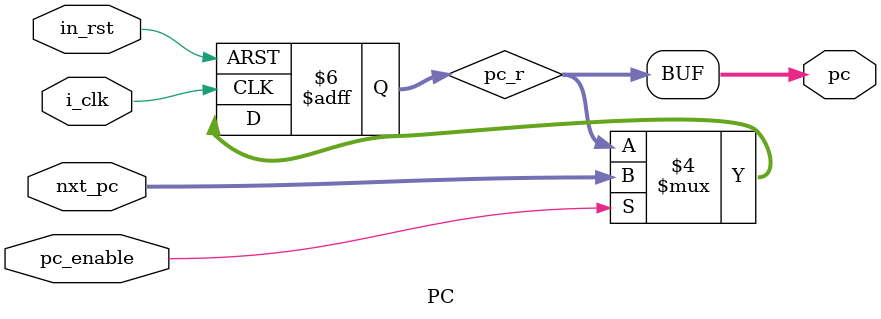
<source format=sv>
module PC (
    input logic i_clk,
    input logic in_rst,
    input pc_enable,
    input logic [31:0] nxt_pc,
    output logic [31:0] pc
    // ,input i_stall
);

    logic [31:0] pc_r;
    assign pc = pc_r;

    always_ff @(posedge i_clk or negedge in_rst) begin
        if (!in_rst) pc_r <= 32'h0;
        // else if (!i_stall) pc <= nxt_pc;
        else if (pc_enable) pc_r <= nxt_pc;
        else pc_r <= pc_r;
    end
endmodule

</source>
